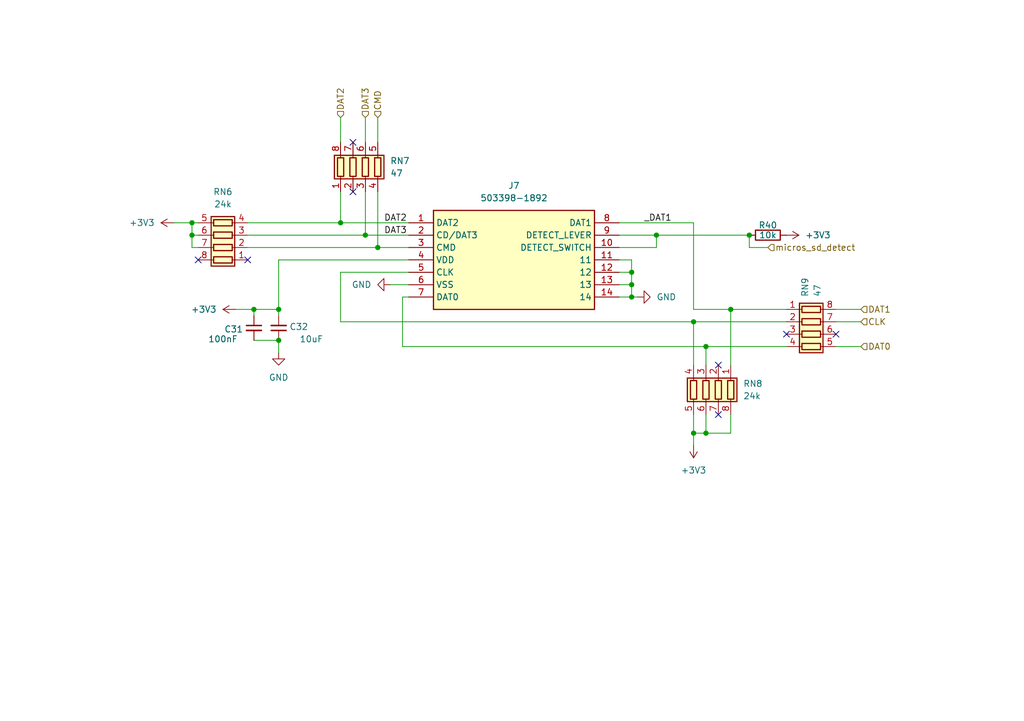
<source format=kicad_sch>
(kicad_sch (version 20250114) (generator "eeschema") (generator_version "9.0")
  (paper "A5")
  (title_block (title "Training Academy Board ") (date "2025-09-11") (rev "1.0") (company "Sapienza Rocket Team"))
  (lib_symbols
    (symbol "Device:C_Small" (pin_numbers (hide yes)) (pin_names (offset 0.254) (hide yes))
      (property "Reference" "C" (at 0.254 1.778 0))
      (property "Value" "C_Small" (at 0.254 -2.032 0))
      (symbol "C_Small_0_1"
        (polyline (pts (xy -1.524 0.508) (xy 1.524 0.508)) (stroke (width 0.3048)))
        (polyline (pts (xy -1.524 -0.508) (xy 1.524 -0.508)) (stroke (width 0.3302)))
      )
      (symbol "C_Small_1_1"
        (pin passive line (at 0 2.54 270) (length 2.032) (name "~") (number "1"))
        (pin passive line (at 0 -2.54 90) (length 2.032) (name "~") (number "2"))
      )
    )
    (symbol "Device:R" (pin_numbers (hide yes)) (pin_names (offset 0))
      (property "Reference" "R" (at 2.032 0 90))
      (property "Value" "R" (at 0 0 90))
      (symbol "R_0_1"
        (rectangle (start -1.016 -2.54) (end 1.016 2.54) (stroke (width 0.254)))
      )
      (symbol "R_1_1"
        (pin passive line (at 0 3.81 270) (length 1.27) (name "~") (number "1"))
        (pin passive line (at 0 -3.81 90) (length 1.27) (name "~") (number "2"))
      )
    )
    (symbol "Device:R_Pack04" (pin_names (offset 0) (hide yes))
      (property "Reference" "RN" (at -7.62 0 90))
      (property "Value" "R_Pack04" (at 5.08 0 90))
      (symbol "R_Pack04_0_1"
        (rectangle (start -6.35 -2.413) (end 3.81 2.413) (stroke (width 0.254)) (fill (type background)))
        (rectangle (start -5.715 1.905) (end -4.445 -1.905) (stroke (width 0.254)))
        (polyline (pts (xy -5.08 1.905) (xy -5.08 2.54)))
        (polyline (pts (xy -5.08 -2.54) (xy -5.08 -1.905)))
        (rectangle (start -3.175 1.905) (end -1.905 -1.905) (stroke (width 0.254)))
        (polyline (pts (xy -2.54 1.905) (xy -2.54 2.54)))
        (polyline (pts (xy -2.54 -2.54) (xy -2.54 -1.905)))
        (rectangle (start -0.635 1.905) (end 0.635 -1.905) (stroke (width 0.254)))
        (polyline (pts (xy 0 1.905) (xy 0 2.54)))
        (polyline (pts (xy 0 -2.54) (xy 0 -1.905)))
        (rectangle (start 1.905 1.905) (end 3.175 -1.905) (stroke (width 0.254)))
        (polyline (pts (xy 2.54 1.905) (xy 2.54 2.54)))
        (polyline (pts (xy 2.54 -2.54) (xy 2.54 -1.905)))
      )
      (symbol "R_Pack04_1_1"
        (pin passive line (at -5.08 5.08 270) (length 2.54) (name "R1.2") (number "8"))
        (pin passive line (at -5.08 -5.08 90) (length 2.54) (name "R1.1") (number "1"))
        (pin passive line (at -2.54 5.08 270) (length 2.54) (name "R2.2") (number "7"))
        (pin passive line (at -2.54 -5.08 90) (length 2.54) (name "R2.1") (number "2"))
        (pin passive line (at 0 5.08 270) (length 2.54) (name "R3.2") (number "6"))
        (pin passive line (at 0 -5.08 90) (length 2.54) (name "R3.1") (number "3"))
        (pin passive line (at 2.54 5.08 270) (length 2.54) (name "R4.2") (number "5"))
        (pin passive line (at 2.54 -5.08 90) (length 2.54) (name "R4.1") (number "4"))
      )
    )
    (symbol "microSD_503398-1892:503398-1892"
      (property "Reference" "J" (at 39.37 7.62 0))
      (property "Value" "503398-1892" (at 39.37 5.08 0))
      (symbol "503398-1892_1_1"
        (rectangle (start 5.08 2.54) (end 38.1 -17.78) (stroke (width 0.254)) (fill (type background)))
        (pin passive line (at 0 0 0) (length 5.08) (name "DAT2") (number "1"))
        (pin passive line (at 0 -2.54 0) (length 5.08) (name "CD/DAT3") (number "2"))
        (pin passive line (at 0 -5.08 0) (length 5.08) (name "CMD") (number "3"))
        (pin passive line (at 0 -7.62 0) (length 5.08) (name "VDD") (number "4"))
        (pin passive line (at 0 -10.16 0) (length 5.08) (name "CLK") (number "5"))
        (pin passive line (at 0 -12.7 0) (length 5.08) (name "VSS") (number "6"))
        (pin passive line (at 0 -15.24 0) (length 5.08) (name "DAT0") (number "7"))
        (pin passive line (at 43.18 0 180) (length 5.08) (name "DAT1") (number "8"))
        (pin passive line (at 43.18 -2.54 180) (length 5.08) (name "DETECT_LEVER") (number "9"))
        (pin passive line (at 43.18 -5.08 180) (length 5.08) (name "DETECT_SWITCH") (number "10"))
        (pin passive line (at 43.18 -7.62 180) (length 5.08) (name "11") (number "11"))
        (pin passive line (at 43.18 -10.16 180) (length 5.08) (name "12") (number "12"))
        (pin passive line (at 43.18 -12.7 180) (length 5.08) (name "13") (number "13"))
        (pin passive line (at 43.18 -15.24 180) (length 5.08) (name "14") (number "14"))
      )
    )
    (symbol "power:+3.3V" (power) (pin_numbers (hide yes)) (pin_names (offset 0) (hide yes))
      (property "Value" "+3.3V" (at 0 3.556 0))
      (symbol "+3.3V_0_1"
        (polyline (pts (xy -0.762 1.27) (xy 0 2.54)))
        (polyline (pts (xy 0 2.54) (xy 0.762 1.27)))
        (polyline (pts (xy 0 0) (xy 0 2.54)))
      )
      (symbol "+3.3V_1_1"
        (pin power_in line (at 0 0 90) (length 0) (name "~") (number "1"))
      )
    )
    (symbol "power:GND" (power) (pin_numbers (hide yes)) (pin_names (offset 0) (hide yes))
      (property "Value" "GND" (at 0 -3.81 0))
      (symbol "GND_0_1"
        (polyline (pts (xy 0 0) (xy 0 -1.27) (xy 1.27 -1.27) (xy 0 -2.54) (xy -1.27 -1.27) (xy 0 -1.27)))
      )
      (symbol "GND_1_1"
        (pin power_in line (at 0 0 270) (length 0) (name "~") (number "1"))
      )
    )
  )
  (junction (at 142.24 88.9))
  (junction (at 153.67 48.26))
  (junction (at 142.24 66.04))
  (junction (at 144.78 88.9))
  (junction (at 134.62 48.26))
  (junction (at 74.93 48.26))
  (junction (at 129.54 58.42))
  (junction (at 57.15 63.5))
  (junction (at 39.37 48.26))
  (junction (at 144.78 71.12))
  (junction (at 129.54 60.96))
  (junction (at 69.85 45.72))
  (junction (at 129.54 55.88))
  (junction (at 57.15 69.85))
  (junction (at 52.07 63.5))
  (junction (at 39.37 45.72))
  (junction (at 149.86 63.5))
  (junction (at 77.47 50.8))
  (no_connect (at 147.32 74.93))
  (no_connect (at 161.29 68.58))
  (no_connect (at 147.32 85.09))
  (no_connect (at 50.8 53.34))
  (no_connect (at 72.39 29.21))
  (no_connect (at 171.45 68.58))
  (no_connect (at 40.64 53.34))
  (no_connect (at 72.39 39.37))
  (wire (pts (xy 40.64 45.72) (xy 39.37 45.72)))
  (wire (pts (xy 142.24 66.04) (xy 142.24 74.93)))
  (wire (pts (xy 74.93 48.26) (xy 83.82 48.26)))
  (wire (pts (xy 129.54 60.96) (xy 130.81 60.96)))
  (wire (pts (xy 52.07 63.5) (xy 57.15 63.5)))
  (wire (pts (xy 83.82 55.88) (xy 69.85 55.88)))
  (wire (pts (xy 52.07 69.85) (xy 57.15 69.85)))
  (wire (pts (xy 77.47 24.13) (xy 77.47 29.21)))
  (wire (pts (xy 48.26 63.5) (xy 52.07 63.5)))
  (wire (pts (xy 129.54 53.34) (xy 129.54 55.88)))
  (wire (pts (xy 77.47 50.8) (xy 83.82 50.8)))
  (wire (pts (xy 129.54 58.42) (xy 129.54 60.96)))
  (wire (pts (xy 57.15 72.39) (xy 57.15 69.85)))
  (wire (pts (xy 149.86 85.09) (xy 149.86 88.9)))
  (wire (pts (xy 40.64 48.26) (xy 39.37 48.26)))
  (wire (pts (xy 142.24 45.72) (xy 142.24 63.5)))
  (wire (pts (xy 134.62 48.26) (xy 153.67 48.26)))
  (wire (pts (xy 127 50.8) (xy 134.62 50.8)))
  (wire (pts (xy 52.07 64.77) (xy 52.07 63.5)))
  (wire (pts (xy 153.67 50.8) (xy 157.48 50.8)))
  (wire (pts (xy 171.45 71.12) (xy 176.53 71.12)))
  (wire (pts (xy 171.45 66.04) (xy 176.53 66.04)))
  (wire (pts (xy 142.24 88.9) (xy 144.78 88.9)))
  (wire (pts (xy 80.01 58.42) (xy 83.82 58.42)))
  (wire (pts (xy 69.85 39.37) (xy 69.85 45.72)))
  (wire (pts (xy 83.82 60.96) (xy 82.55 60.96)))
  (wire (pts (xy 35.56 45.72) (xy 39.37 45.72)))
  (wire (pts (xy 69.85 24.13) (xy 69.85 29.21)))
  (wire (pts (xy 82.55 71.12) (xy 144.78 71.12)))
  (wire (pts (xy 50.8 50.8) (xy 77.47 50.8)))
  (wire (pts (xy 129.54 55.88) (xy 129.54 58.42)))
  (wire (pts (xy 142.24 63.5) (xy 149.86 63.5)))
  (wire (pts (xy 50.8 48.26) (xy 74.93 48.26)))
  (wire (pts (xy 57.15 53.34) (xy 57.15 63.5)))
  (wire (pts (xy 142.24 88.9) (xy 142.24 85.09)))
  (wire (pts (xy 142.24 66.04) (xy 161.29 66.04)))
  (wire (pts (xy 69.85 55.88) (xy 69.85 66.04)))
  (wire (pts (xy 127 60.96) (xy 129.54 60.96)))
  (wire (pts (xy 127 48.26) (xy 134.62 48.26)))
  (wire (pts (xy 39.37 48.26) (xy 39.37 50.8)))
  (wire (pts (xy 144.78 88.9) (xy 149.86 88.9)))
  (wire (pts (xy 77.47 39.37) (xy 77.47 50.8)))
  (wire (pts (xy 57.15 53.34) (xy 83.82 53.34)))
  (wire (pts (xy 39.37 50.8) (xy 40.64 50.8)))
  (wire (pts (xy 69.85 66.04) (xy 142.24 66.04)))
  (wire (pts (xy 74.93 24.13) (xy 74.93 29.21)))
  (wire (pts (xy 144.78 88.9) (xy 144.78 85.09)))
  (wire (pts (xy 134.62 50.8) (xy 134.62 48.26)))
  (wire (pts (xy 144.78 71.12) (xy 161.29 71.12)))
  (wire (pts (xy 127 55.88) (xy 129.54 55.88)))
  (wire (pts (xy 127 53.34) (xy 129.54 53.34)))
  (wire (pts (xy 69.85 45.72) (xy 83.82 45.72)))
  (wire (pts (xy 171.45 63.5) (xy 176.53 63.5)))
  (wire (pts (xy 82.55 60.96) (xy 82.55 71.12)))
  (wire (pts (xy 39.37 45.72) (xy 39.37 48.26)))
  (wire (pts (xy 149.86 63.5) (xy 149.86 74.93)))
  (wire (pts (xy 50.8 45.72) (xy 69.85 45.72)))
  (wire (pts (xy 127 58.42) (xy 129.54 58.42)))
  (wire (pts (xy 142.24 88.9) (xy 142.24 91.44)))
  (wire (pts (xy 153.67 48.26) (xy 153.67 50.8)))
  (wire (pts (xy 144.78 71.12) (xy 144.78 74.93)))
  (wire (pts (xy 74.93 39.37) (xy 74.93 48.26)))
  (wire (pts (xy 149.86 63.5) (xy 161.29 63.5)))
  (wire (pts (xy 57.15 63.5) (xy 57.15 64.77)))
  (wire (pts (xy 142.24 45.72) (xy 127 45.72)))
  (label "DAT3" (at 78.74 48.26 0))
  (label "DAT2" (at 78.74 45.72 0))
  (label "_DAT1" (at 132.08 45.72 0))
  (hierarchical_label "CLK" (shape input) (at 176.53 66.04 0))
  (hierarchical_label "DAT2" (shape input) (at 69.85 24.13 90))
  (hierarchical_label "micros_sd_detect" (shape input) (at 157.48 50.8 0))
  (hierarchical_label "DAT0" (shape input) (at 176.53 71.12 0))
  (hierarchical_label "DAT3" (shape input) (at 74.93 24.13 90))
  (hierarchical_label "DAT1" (shape input) (at 176.53 63.5 0))
  (hierarchical_label "CMD" (shape input) (at 77.47 24.13 90))
  (symbol (lib_id "power:GND") (at 57.15 72.39 0) (unit 1)
    (property "Reference" "#PWR081" (effects (hide yes)))
    (property "Value" "GND" (at 57.15 77.47 0))
    (property "Description" "Power symbol creates a global label with name \"GND\" , ground" (effects (hide yes)))
  )
  (symbol (lib_id "Device:C_Small") (at 52.07 67.31 0) (unit 1)
    (property "Reference" "C31" (at 45.974 67.564 0) (effects (justify left)))
    (property "Value" "100nF" (at 42.672 69.596 0) (effects (justify left)))
    (property "Footprint" "Capacitor_SMD:C_0603_1608Metric_Pad1.08x0.95mm_HandSolder" (effects (hide yes)))
    (property "Description" "Unpolarized capacitor, small symbol" (effects (hide yes)))
  )
  (symbol (lib_id "power:GND") (at 80.01 58.42 270) (unit 1)
    (property "Reference" "#PWR078" (effects (hide yes)))
    (property "Value" "GND" (at 76.2 58.4199 90) (effects (justify right)))
    (property "Description" "Power symbol creates a global label with name \"GND\" , ground" (effects (hide yes)))
  )
  (symbol (lib_id "power:+3.3V") (at 48.26 63.5 90) (unit 1)
    (property "Reference" "#PWR080" (effects (hide yes)))
    (property "Value" "+3V3" (at 44.45 63.4999 90) (effects (justify left)))
    (property "Description" "Power symbol creates a global label with name \"+3V3\"" (effects (hide yes)))
  )
  (symbol (lib_id "Device:C_Small") (at 57.15 67.31 180) (unit 1)
    (property "Reference" "C32" (at 63.246 67.056 0) (effects (justify left)))
    (property "Value" "10uF" (at 66.294 69.596 0) (effects (justify left)))
    (property "Footprint" "Capacitor_SMD:C_0603_1608Metric_Pad1.08x0.95mm_HandSolder" (effects (hide yes)))
    (property "Description" "Unpolarized capacitor, small symbol" (effects (hide yes)))
  )
  (symbol (lib_id "power:+3.3V") (at 142.24 91.44 180) (unit 1)
    (property "Reference" "#PWR079" (effects (hide yes)))
    (property "Value" "+3V3" (at 142.24 96.52 0))
    (property "Description" "Power symbol creates a global label with name \"+3V3\"" (effects (hide yes)))
  )
  (symbol (lib_id "Device:R_Pack04") (at 166.37 68.58 270) (unit 1)
    (property "Reference" "RN9" (at 165.0999 60.96 0) (effects (justify right)))
    (property "Value" "47" (at 167.6399 60.96 0) (effects (justify right)))
    (property "Footprint" "Resistor_SMD:R_Array_Convex_4x0603" (effects (hide yes)))
    (property "Datasheet" "4D03WGJ0470T5E" (effects (hide yes)))
    (property "Description" "4 resistor network, parallel topology" (effects (hide yes)))
  )
  (symbol (lib_id "microSD_503398-1892:503398-1892") (at 83.82 45.72 0) (unit 1)
    (property "Reference" "J7" (at 105.41 38.1 0))
    (property "Value" "503398-1892" (at 105.41 40.64 0))
    (property "Footprint" "5033981892:5033981892" (effects (hide yes)))
    (property "Datasheet" "http://www.molex.com/webdocs/datasheets/pdf/en-us//5033981892_MEMORY_CARD_SOCKET.pdf" (effects (hide yes)))
    (property "Description" "MicroSD SMT Push-Push 1.28mm height MicroSD SMT Push-Push 1.28mm height" (effects (hide yes)))
    (property "Height" "1.28" (effects (hide yes)))
    (property "Mouser Part Number" "538-503398-1892" (effects (hide yes)))
    (property "Mouser Price/Stock" "https://www.mouser.co.uk/ProductDetail/Molex/503398-1892?qs=b0v8CoHHvSMxV%252BW12iKaSg%3D%3D" (effects (hide yes)))
    (property "Manufacturer_Name" "Molex" (effects (hide yes)))
    (property "Manufacturer_Part_Number" "503398-1892" (effects (hide yes)))
  )
  (symbol (lib_id "Device:R_Pack04") (at 74.93 34.29 0) (unit 1)
    (property "Reference" "RN7" (at 80.01 33.0199 0) (effects (justify left)))
    (property "Value" "47" (at 80.01 35.5599 0) (effects (justify left)))
    (property "Footprint" "Resistor_SMD:R_Array_Convex_4x0603" (effects (hide yes)))
    (property "Datasheet" "4D03WGJ0470T5E" (effects (hide yes)))
    (property "Description" "4 resistor network, parallel topology" (effects (hide yes)))
  )
  (symbol (lib_id "power:+3.3V") (at 35.56 45.72 90) (unit 1)
    (property "Reference" "#PWR077" (effects (hide yes)))
    (property "Value" "+3V3" (at 31.75 45.7199 90) (effects (justify left)))
    (property "Description" "Power symbol creates a global label with name \"+3V3\"" (effects (hide yes)))
  )
  (symbol (lib_id "Device:R") (at 157.48 48.26 270) (unit 1)
    (property "Reference" "R40" (at 157.48 46.228 90))
    (property "Value" "10k" (at 157.48 48.26 90))
    (property "Footprint" "Resistor_SMD:R_0603_1608Metric_Pad0.98x0.95mm_HandSolder" (effects (hide yes)))
    (property "Description" "Resistor" (effects (hide yes)))
  )
  (symbol (lib_id "Device:R_Pack04") (at 144.78 80.01 180) (unit 1)
    (property "Reference" "RN8" (at 152.4 78.7399 0) (effects (justify right)))
    (property "Value" "24k" (at 152.4 81.2799 0) (effects (justify right)))
    (property "Footprint" "Resistor_SMD:R_Array_Convex_4x0603" (effects (hide yes)))
    (property "Datasheet" "4D03WGJ0470T5E" (effects (hide yes)))
    (property "Description" "4 resistor network, parallel topology" (effects (hide yes)))
  )
  (symbol (lib_id "power:GND") (at 130.81 60.96 90) (unit 1)
    (property "Reference" "#PWR035" (effects (hide yes)))
    (property "Value" "GND" (at 134.62 60.9599 90) (effects (justify right)))
    (property "Description" "Power symbol creates a global label with name \"GND\" , ground" (effects (hide yes)))
  )
  (symbol (lib_id "power:+3.3V") (at 161.29 48.26 270) (unit 1)
    (property "Reference" "#PWR069" (effects (hide yes)))
    (property "Value" "+3V3" (at 165.1 48.2599 90) (effects (justify left)))
    (property "Description" "Power symbol creates a global label with name \"+3V3\"" (effects (hide yes)))
  )
  (symbol (lib_id "Device:R_Pack04") (at 45.72 48.26 90) (unit 1)
    (property "Reference" "RN6" (at 45.72 39.37 90))
    (property "Value" "24k" (at 45.72 41.91 90))
    (property "Footprint" "Resistor_SMD:R_Array_Convex_4x0603" (effects (hide yes)))
    (property "Datasheet" "4D03WGJ0470T5E" (effects (hide yes)))
    (property "Description" "4 resistor network, parallel topology" (effects (hide yes)))
  )
)
</source>
